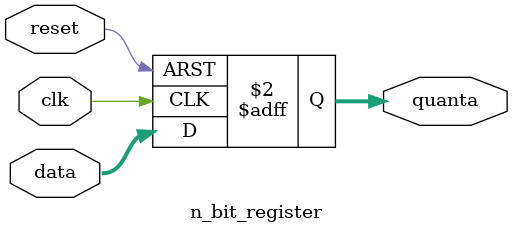
<source format=v>
`timescale 1ns / 1ps


module n_bit_register #(parameter n = 16)(data, clk, quanta, reset);

input reset;
input [n-1:0] data;
input clk;
output reg [n-1:0] quanta;

always @ (posedge clk or posedge reset) begin

    if(reset)
        quanta <= 1'b0 ;
    else 
        quanta <= data;
end

endmodule

</source>
